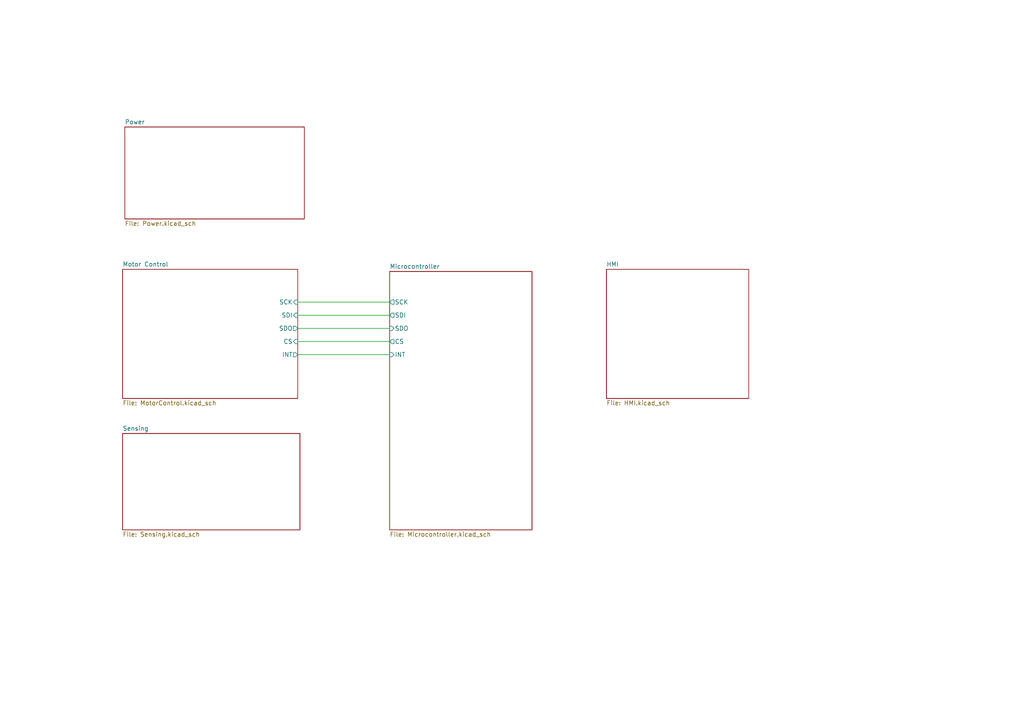
<source format=kicad_sch>
(kicad_sch
	(version 20250114)
	(generator "eeschema")
	(generator_version "9.0")
	(uuid "8991fc77-975f-4978-a089-6b2a5e33f59b")
	(paper "A4")
	(lib_symbols)
	(wire
		(pts
			(xy 86.36 102.87) (xy 113.03 102.87)
		)
		(stroke
			(width 0)
			(type default)
		)
		(uuid "41903da6-52ac-4816-8abb-55efebb2c91f")
	)
	(wire
		(pts
			(xy 86.36 87.63) (xy 113.03 87.63)
		)
		(stroke
			(width 0)
			(type default)
		)
		(uuid "52268955-74be-4675-9d0d-29dc4c68d9be")
	)
	(wire
		(pts
			(xy 86.36 95.25) (xy 113.03 95.25)
		)
		(stroke
			(width 0)
			(type default)
		)
		(uuid "530ef7ff-c8e2-4f84-bb26-70aa04c31ed4")
	)
	(wire
		(pts
			(xy 86.36 99.06) (xy 113.03 99.06)
		)
		(stroke
			(width 0)
			(type default)
		)
		(uuid "c432e569-0809-49d3-82d6-c0d8cfa08450")
	)
	(wire
		(pts
			(xy 86.36 91.44) (xy 113.03 91.44)
		)
		(stroke
			(width 0)
			(type default)
		)
		(uuid "f15f7811-b43f-48f9-a6e2-45cb179be15f")
	)
	(sheet
		(at 35.56 125.73)
		(size 51.435 27.94)
		(exclude_from_sim no)
		(in_bom yes)
		(on_board yes)
		(dnp no)
		(fields_autoplaced yes)
		(stroke
			(width 0.1524)
			(type solid)
		)
		(fill
			(color 0 0 0 0.0000)
		)
		(uuid "2e704a40-db78-4cf7-9f7e-cfc586f5aeb3")
		(property "Sheetname" "Sensing"
			(at 35.56 125.0184 0)
			(effects
				(font
					(size 1.27 1.27)
				)
				(justify left bottom)
			)
		)
		(property "Sheetfile" "Sensing.kicad_sch"
			(at 35.56 154.2546 0)
			(effects
				(font
					(size 1.27 1.27)
				)
				(justify left top)
			)
		)
		(instances
			(project "CPR Machine Schematic"
				(path "/8991fc77-975f-4978-a089-6b2a5e33f59b"
					(page "6")
				)
			)
		)
	)
	(sheet
		(at 36.195 36.83)
		(size 52.07 26.67)
		(exclude_from_sim no)
		(in_bom yes)
		(on_board yes)
		(dnp no)
		(fields_autoplaced yes)
		(stroke
			(width 0.1524)
			(type solid)
		)
		(fill
			(color 0 0 0 0.0000)
		)
		(uuid "390cafbd-c317-4387-95c3-e11405a1139f")
		(property "Sheetname" "Power"
			(at 36.195 36.1184 0)
			(effects
				(font
					(size 1.27 1.27)
				)
				(justify left bottom)
			)
		)
		(property "Sheetfile" "Power.kicad_sch"
			(at 36.195 64.0846 0)
			(effects
				(font
					(size 1.27 1.27)
				)
				(justify left top)
			)
		)
		(instances
			(project "CPR Machine Schematic"
				(path "/8991fc77-975f-4978-a089-6b2a5e33f59b"
					(page "5")
				)
			)
		)
	)
	(sheet
		(at 35.56 78.105)
		(size 50.8 37.465)
		(exclude_from_sim no)
		(in_bom yes)
		(on_board yes)
		(dnp no)
		(fields_autoplaced yes)
		(stroke
			(width 0.1524)
			(type solid)
		)
		(fill
			(color 0 0 0 0.0000)
		)
		(uuid "5d577b9a-7e09-4b18-b019-9e51a9486569")
		(property "Sheetname" "Motor Control"
			(at 35.56 77.3934 0)
			(effects
				(font
					(size 1.27 1.27)
				)
				(justify left bottom)
			)
		)
		(property "Sheetfile" "MotorControl.kicad_sch"
			(at 35.56 116.1546 0)
			(effects
				(font
					(size 1.27 1.27)
				)
				(justify left top)
			)
		)
		(pin "SCK" input
			(at 86.36 87.63 0)
			(uuid "3b25fb5c-21c6-4742-8544-c86e04418b0d")
			(effects
				(font
					(size 1.27 1.27)
				)
				(justify right)
			)
		)
		(pin "SDI" input
			(at 86.36 91.44 0)
			(uuid "1c607d64-3e3e-4e2e-be06-6c4527c21310")
			(effects
				(font
					(size 1.27 1.27)
				)
				(justify right)
			)
		)
		(pin "SDO" output
			(at 86.36 95.25 0)
			(uuid "a91252a0-2e6c-4c0e-904a-c11ff047176e")
			(effects
				(font
					(size 1.27 1.27)
				)
				(justify right)
			)
		)
		(pin "CS" input
			(at 86.36 99.06 0)
			(uuid "08808137-c138-4ff1-a88c-aecb1a8da6c9")
			(effects
				(font
					(size 1.27 1.27)
				)
				(justify right)
			)
		)
		(pin "INT" output
			(at 86.36 102.87 0)
			(uuid "6facb34d-2e43-4507-a0a8-9436a88736ea")
			(effects
				(font
					(size 1.27 1.27)
				)
				(justify right)
			)
		)
		(instances
			(project "CPR Machine Schematic"
				(path "/8991fc77-975f-4978-a089-6b2a5e33f59b"
					(page "2")
				)
			)
		)
	)
	(sheet
		(at 175.895 78.105)
		(size 41.275 37.465)
		(exclude_from_sim no)
		(in_bom yes)
		(on_board yes)
		(dnp no)
		(fields_autoplaced yes)
		(stroke
			(width 0.1524)
			(type solid)
		)
		(fill
			(color 0 0 0 0.0000)
		)
		(uuid "6f4ed3f2-e76d-4623-90c5-067eb820b8e2")
		(property "Sheetname" "HMI"
			(at 175.895 77.3934 0)
			(effects
				(font
					(size 1.27 1.27)
				)
				(justify left bottom)
			)
		)
		(property "Sheetfile" "HMI.kicad_sch"
			(at 175.895 116.1546 0)
			(effects
				(font
					(size 1.27 1.27)
				)
				(justify left top)
			)
		)
		(instances
			(project "CPR Machine Schematic"
				(path "/8991fc77-975f-4978-a089-6b2a5e33f59b"
					(page "4")
				)
			)
		)
	)
	(sheet
		(at 113.03 78.74)
		(size 41.275 74.93)
		(exclude_from_sim no)
		(in_bom yes)
		(on_board yes)
		(dnp no)
		(fields_autoplaced yes)
		(stroke
			(width 0.1524)
			(type solid)
		)
		(fill
			(color 0 0 0 0.0000)
		)
		(uuid "8b2fecf3-fab6-4137-a5b1-aa5c7fdce798")
		(property "Sheetname" "Microcontroller"
			(at 113.03 78.0284 0)
			(effects
				(font
					(size 1.27 1.27)
				)
				(justify left bottom)
			)
		)
		(property "Sheetfile" "Microcontroller.kicad_sch"
			(at 113.03 154.2546 0)
			(effects
				(font
					(size 1.27 1.27)
				)
				(justify left top)
			)
		)
		(pin "INT" input
			(at 113.03 102.87 180)
			(uuid "7c33d868-12c8-4f8d-902b-c430c157425f")
			(effects
				(font
					(size 1.27 1.27)
				)
				(justify left)
			)
		)
		(pin "CS" output
			(at 113.03 99.06 180)
			(uuid "e9547e5c-2078-4130-903c-bc0949702e99")
			(effects
				(font
					(size 1.27 1.27)
				)
				(justify left)
			)
		)
		(pin "SDI" output
			(at 113.03 91.44 180)
			(uuid "20d08e3f-d757-4cf1-91aa-eefd61403aba")
			(effects
				(font
					(size 1.27 1.27)
				)
				(justify left)
			)
		)
		(pin "SDO" input
			(at 113.03 95.25 180)
			(uuid "78f7289d-9159-4c32-b8a4-4a34d74f600a")
			(effects
				(font
					(size 1.27 1.27)
				)
				(justify left)
			)
		)
		(pin "SCK" output
			(at 113.03 87.63 180)
			(uuid "cb38e524-7e41-42b8-a00b-9c77cf1f4e69")
			(effects
				(font
					(size 1.27 1.27)
				)
				(justify left)
			)
		)
		(instances
			(project "CPR Machine Schematic"
				(path "/8991fc77-975f-4978-a089-6b2a5e33f59b"
					(page "3")
				)
			)
		)
	)
	(sheet_instances
		(path "/"
			(page "1")
		)
	)
	(embedded_fonts no)
)

</source>
